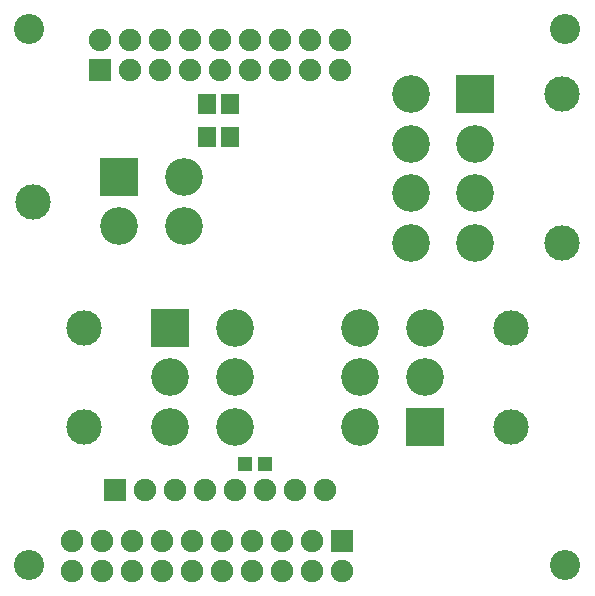
<source format=gbs>
G04 DipTrace 3.0.0.1*
G04 Maxon_Brushless_Driver_v2.0-version2.GBS*
%MOIN*%
G04 #@! TF.FileFunction,Soldermask,Bot*
G04 #@! TF.Part,Single*
%ADD22C,0.1004*%
%ADD23C,0.11811*%
%ADD24C,0.1181*%
%ADD28R,0.051307X0.04737*%
%ADD30C,0.074929*%
%ADD32R,0.074929X0.074929*%
%ADD34C,0.12611*%
%ADD36R,0.12611X0.12611*%
%ADD38R,0.059181X0.067055*%
%FSLAX26Y26*%
G04*
G70*
G90*
G75*
G01*
G04 BotMask*
%LPD*%
D38*
X1143596Y1900240D3*
X1068793D3*
D22*
X475251Y2262751D3*
X2262751Y2262938D3*
Y475251D3*
X475251D3*
D36*
X1962720Y2044165D3*
D34*
Y1878811D3*
Y1713457D3*
Y1548102D3*
X1746185D3*
Y1713457D3*
Y1878811D3*
Y2044165D3*
D23*
X2250122Y1548102D3*
Y2044165D3*
D34*
X943862Y1100316D3*
Y934962D3*
X1160398Y1265671D3*
Y934962D3*
Y1100316D3*
D36*
X943862Y1265671D3*
D23*
X656461D3*
Y934962D3*
D34*
X1793951Y1100316D3*
Y1265671D3*
X1577416Y934962D3*
Y1265671D3*
Y1100316D3*
D36*
X1793951Y934962D3*
D23*
X2081353D3*
Y1265671D3*
D36*
X775094Y1769136D3*
D34*
Y1603782D3*
X991630D3*
Y1769136D3*
D24*
X487362Y1686459D3*
D32*
X1518923Y556509D3*
D30*
Y456509D3*
X1418923Y556509D3*
Y456509D3*
X1318923Y556509D3*
Y456509D3*
X1218923Y556509D3*
Y456509D3*
X1118923Y556509D3*
Y456509D3*
X1018923Y556509D3*
Y456509D3*
X918923Y556509D3*
Y456509D3*
X818923Y556509D3*
Y456509D3*
X718923Y556509D3*
Y456509D3*
X618923Y556509D3*
Y456509D3*
D38*
X1068990Y2012740D3*
X1143793D3*
D28*
X1193888Y812786D3*
X1260818D3*
D32*
X712588Y2125425D3*
D30*
Y2225425D3*
X812588Y2125425D3*
Y2225425D3*
X912588Y2125425D3*
Y2225425D3*
X1012588Y2125425D3*
Y2225425D3*
X1112588Y2125425D3*
Y2225425D3*
X1212588Y2125425D3*
Y2225425D3*
X1312588Y2125425D3*
Y2225425D3*
X1412588Y2125425D3*
Y2225425D3*
X1512588Y2125425D3*
Y2225425D3*
D32*
X762588Y725425D3*
D30*
X862588D3*
X962588D3*
X1062588D3*
X1162588D3*
X1262588D3*
X1362588D3*
X1462588D3*
M02*

</source>
